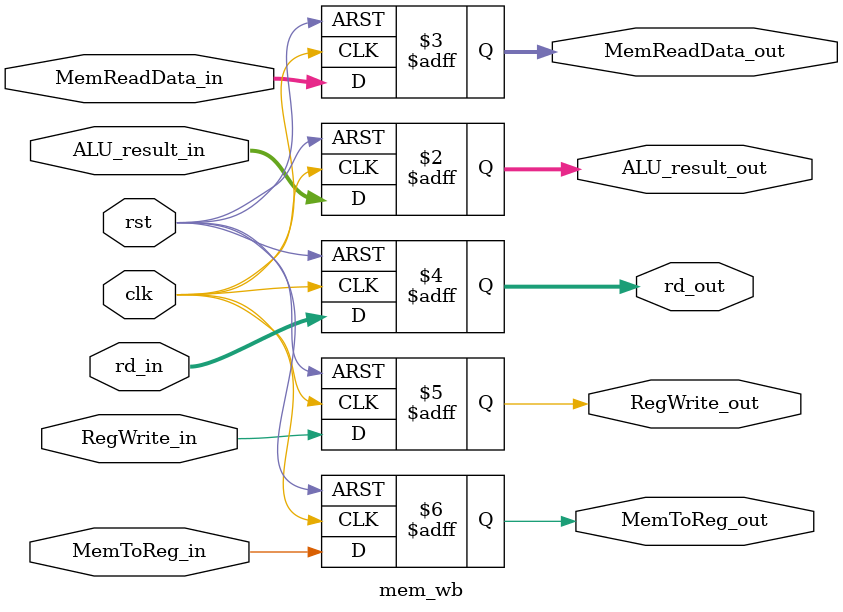
<source format=v>
module mem_wb (
    input wire clk,
    input wire rst,
    input wire [31:0] ALU_result_in,   // ALU result from MEM stage
    input wire [31:0] MemReadData_in,  // Data read from memory (if applicable)
    input wire [4:0] rd_in,            // Destination register from MEM stage
    input wire RegWrite_in,            // Register write enable signal
    input wire MemToReg_in,            // Memory-to-register signal

    output reg [31:0] ALU_result_out,  // ALU result to WB stage
    output reg [31:0] MemReadData_out, // Data read from memory to WB stage
    output reg [4:0] rd_out,           // Destination register to WB stage
    output reg RegWrite_out,           // Register write enable signal to WB stage
    output reg MemToReg_out            // Memory-to-register signal to WB stage
);

    always @(posedge clk or posedge rst) begin
        if (rst) begin
            // Reset all outputs
            ALU_result_out <= 0;
            MemReadData_out <= 0;
            rd_out <= 0;
            RegWrite_out <= 0;
            MemToReg_out <= 0;
        end else begin
            // Pass inputs to outputs
            ALU_result_out <= ALU_result_in;
            MemReadData_out <= MemReadData_in;
            rd_out <= rd_in;
            RegWrite_out <= RegWrite_in;
            MemToReg_out <= MemToReg_in;
        end
    end

endmodule
</source>
